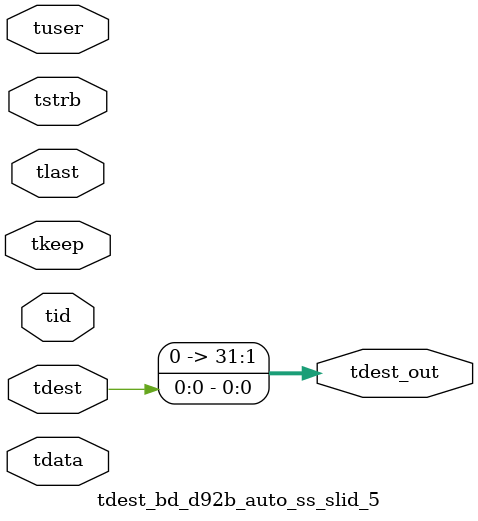
<source format=v>


`timescale 1ps/1ps

module tdest_bd_d92b_auto_ss_slid_5 #
(
parameter C_S_AXIS_TDATA_WIDTH = 32,
parameter C_S_AXIS_TUSER_WIDTH = 0,
parameter C_S_AXIS_TID_WIDTH   = 0,
parameter C_S_AXIS_TDEST_WIDTH = 0,
parameter C_M_AXIS_TDEST_WIDTH = 32
)
(
input  [(C_S_AXIS_TDATA_WIDTH == 0 ? 1 : C_S_AXIS_TDATA_WIDTH)-1:0     ] tdata,
input  [(C_S_AXIS_TUSER_WIDTH == 0 ? 1 : C_S_AXIS_TUSER_WIDTH)-1:0     ] tuser,
input  [(C_S_AXIS_TID_WIDTH   == 0 ? 1 : C_S_AXIS_TID_WIDTH)-1:0       ] tid,
input  [(C_S_AXIS_TDEST_WIDTH == 0 ? 1 : C_S_AXIS_TDEST_WIDTH)-1:0     ] tdest,
input  [(C_S_AXIS_TDATA_WIDTH/8)-1:0 ] tkeep,
input  [(C_S_AXIS_TDATA_WIDTH/8)-1:0 ] tstrb,
input                                                                    tlast,
output [C_M_AXIS_TDEST_WIDTH-1:0] tdest_out
);

assign tdest_out = {3'b000,tdest[0:0]};

endmodule


</source>
